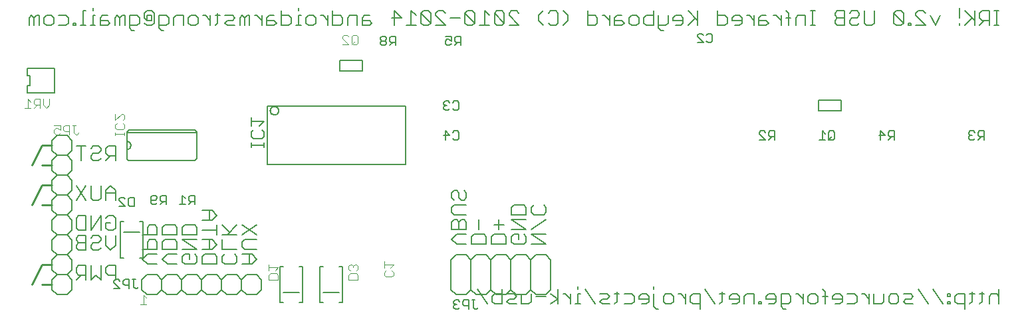
<source format=gbo>
G75*
%MOIN*%
%OFA0B0*%
%FSLAX24Y24*%
%IPPOS*%
%LPD*%
%AMOC8*
5,1,8,0,0,1.08239X$1,22.5*
%
%ADD10C,0.0060*%
%ADD11C,0.0040*%
%ADD12C,0.0100*%
%ADD13C,0.0050*%
%ADD14C,0.0080*%
D10*
X005180Y001430D02*
X005430Y001180D01*
X005930Y001180D01*
X006180Y001430D01*
X006180Y001930D01*
X005930Y002180D01*
X006180Y002430D01*
X006180Y002930D01*
X005930Y003180D01*
X006180Y003430D01*
X006180Y003930D01*
X005930Y004180D01*
X006180Y004430D01*
X006180Y004930D01*
X005930Y005180D01*
X006180Y005430D01*
X006180Y005930D01*
X005930Y006180D01*
X006180Y006430D01*
X006180Y006930D01*
X005930Y007180D01*
X006180Y007430D01*
X006180Y007930D01*
X005930Y008180D01*
X006180Y008430D01*
X006180Y008930D01*
X005930Y009180D01*
X005430Y009180D01*
X005180Y008930D01*
X005180Y008430D01*
X005430Y008180D01*
X005180Y007930D01*
X005180Y007430D01*
X005430Y007180D01*
X005930Y007180D01*
X005430Y007180D02*
X005180Y006930D01*
X005180Y006430D01*
X005430Y006180D01*
X005180Y005930D01*
X005180Y005430D01*
X005430Y005180D01*
X005180Y004930D01*
X005180Y004430D01*
X005430Y004180D01*
X005930Y004180D01*
X006393Y004027D02*
X006393Y003904D01*
X006516Y003780D01*
X006887Y003780D01*
X007130Y003657D02*
X007253Y003780D01*
X007500Y003780D01*
X007623Y003904D01*
X007623Y004027D01*
X007500Y004151D01*
X007253Y004151D01*
X007130Y004027D01*
X006887Y004151D02*
X006516Y004151D01*
X006393Y004027D01*
X006887Y004151D02*
X006887Y003410D01*
X006516Y003410D01*
X006393Y003533D01*
X006393Y003657D01*
X006516Y003780D01*
X007130Y003657D02*
X007130Y003533D01*
X007253Y003410D01*
X007500Y003410D01*
X007623Y003533D01*
X007866Y003657D02*
X007866Y004151D01*
X008360Y004151D02*
X008360Y003657D01*
X008113Y003410D01*
X007866Y003657D01*
X005930Y003180D02*
X005430Y003180D01*
X005180Y002930D01*
X005180Y002430D01*
X005430Y002180D01*
X005180Y001930D01*
X005180Y001430D01*
X006393Y001910D02*
X006640Y002157D01*
X006516Y002157D02*
X006887Y002157D01*
X007130Y001910D02*
X007376Y002157D01*
X007623Y001910D01*
X007623Y002651D01*
X007866Y002527D02*
X007866Y002280D01*
X007990Y002157D01*
X008360Y002157D01*
X008360Y001910D02*
X008360Y002651D01*
X007990Y002651D01*
X007866Y002527D01*
X007130Y002651D02*
X007130Y001910D01*
X006887Y001910D02*
X006887Y002651D01*
X006516Y002651D01*
X006393Y002527D01*
X006393Y002280D01*
X006516Y002157D01*
X005930Y002180D02*
X005430Y002180D01*
X005430Y003180D02*
X005180Y003430D01*
X005180Y003930D01*
X005430Y004180D01*
X006393Y004533D02*
X006393Y005027D01*
X006516Y005151D01*
X006887Y005151D01*
X006887Y004410D01*
X006516Y004410D01*
X006393Y004533D01*
X007130Y004410D02*
X007130Y005151D01*
X007623Y005151D02*
X007130Y004410D01*
X007623Y004410D02*
X007623Y005151D01*
X007866Y005027D02*
X007990Y005151D01*
X008236Y005151D01*
X008360Y005027D01*
X008360Y004533D01*
X008236Y004410D01*
X007990Y004410D01*
X007866Y004533D01*
X007866Y004780D01*
X008113Y004780D01*
X009710Y004183D02*
X010451Y004183D01*
X010451Y004554D01*
X010327Y004677D01*
X010080Y004677D01*
X009957Y004554D01*
X009957Y004183D01*
X010710Y004183D02*
X010710Y004554D01*
X010833Y004677D01*
X011327Y004677D01*
X011451Y004554D01*
X011451Y004183D01*
X010710Y004183D01*
X010833Y003940D02*
X011327Y003940D01*
X011451Y003817D01*
X011451Y003447D01*
X010710Y003447D01*
X010710Y003817D01*
X010833Y003940D01*
X010451Y003817D02*
X010327Y003940D01*
X010080Y003940D01*
X009957Y003817D01*
X009957Y003447D01*
X009710Y003447D02*
X010451Y003447D01*
X010451Y003817D01*
X011710Y003940D02*
X012451Y003940D01*
X012710Y003940D02*
X013204Y003940D01*
X013451Y003694D01*
X013204Y003447D01*
X012710Y003447D01*
X012451Y003447D02*
X011710Y003940D01*
X011710Y004183D02*
X011710Y004554D01*
X011833Y004677D01*
X012327Y004677D01*
X012451Y004554D01*
X012451Y004183D01*
X011710Y004183D01*
X012710Y004430D02*
X013451Y004430D01*
X013451Y004183D02*
X013451Y004677D01*
X013710Y004677D02*
X014080Y004307D01*
X013957Y004183D02*
X014451Y004677D01*
X014710Y004677D02*
X015451Y004183D01*
X015451Y003940D02*
X014833Y003940D01*
X014710Y003817D01*
X014710Y003570D01*
X014833Y003447D01*
X015451Y003447D01*
X015204Y003204D02*
X014710Y003204D01*
X014451Y003080D02*
X014451Y002833D01*
X014327Y002710D01*
X013833Y002710D01*
X013710Y002833D01*
X013710Y003080D01*
X013833Y003204D01*
X013451Y003080D02*
X013451Y002710D01*
X012710Y002710D01*
X012710Y003080D01*
X012833Y003204D01*
X013327Y003204D01*
X013451Y003080D01*
X013710Y003447D02*
X013710Y003940D01*
X013080Y003940D02*
X013080Y003447D01*
X013710Y003447D02*
X014451Y003447D01*
X014327Y003204D02*
X014451Y003080D01*
X015080Y003204D02*
X015080Y002710D01*
X015204Y002710D02*
X015451Y002957D01*
X015204Y003204D01*
X015204Y002710D02*
X014710Y002710D01*
X014930Y002180D02*
X015430Y002180D01*
X015680Y001930D01*
X015680Y001430D01*
X015430Y001180D01*
X014930Y001180D01*
X014680Y001430D01*
X014680Y001930D01*
X014930Y002180D01*
X014680Y001930D02*
X014430Y002180D01*
X013930Y002180D01*
X013680Y001930D01*
X013430Y002180D01*
X012930Y002180D01*
X012680Y001930D01*
X012430Y002180D01*
X011930Y002180D01*
X011680Y001930D01*
X011430Y002180D01*
X010930Y002180D01*
X010680Y001930D01*
X010430Y002180D01*
X009930Y002180D01*
X009680Y001930D01*
X009680Y001430D01*
X009930Y001180D01*
X010430Y001180D01*
X010680Y001430D01*
X010930Y001180D01*
X011430Y001180D01*
X011680Y001430D01*
X011680Y001930D01*
X010680Y001930D02*
X010680Y001430D01*
X011680Y001430D02*
X011930Y001180D01*
X012430Y001180D01*
X012680Y001430D01*
X012930Y001180D01*
X013430Y001180D01*
X013680Y001430D01*
X013930Y001180D01*
X014430Y001180D01*
X014680Y001430D01*
X013680Y001430D02*
X013680Y001930D01*
X012680Y001930D02*
X012680Y001430D01*
X012327Y002710D02*
X011833Y002710D01*
X011710Y002833D01*
X011710Y003080D01*
X011833Y003204D01*
X012080Y003204D01*
X012080Y002957D01*
X012327Y003204D02*
X012451Y003080D01*
X012451Y002833D01*
X012327Y002710D01*
X011451Y002710D02*
X010957Y002710D01*
X010710Y002957D01*
X010957Y003204D01*
X011451Y003204D01*
X011710Y003447D02*
X012451Y003447D01*
X010451Y003204D02*
X009957Y003204D01*
X009710Y002957D01*
X009957Y002710D01*
X010451Y002710D01*
X013710Y004183D02*
X014451Y004183D01*
X014710Y004183D02*
X015451Y004677D01*
X013451Y005167D02*
X013204Y005414D01*
X012710Y005414D01*
X013080Y005414D02*
X013080Y004920D01*
X013204Y004920D02*
X013451Y005167D01*
X013204Y004920D02*
X012710Y004920D01*
X008360Y005910D02*
X008360Y006404D01*
X008113Y006651D01*
X007866Y006404D01*
X007866Y005910D01*
X007866Y006404D01*
X008113Y006651D01*
X008360Y006404D01*
X008360Y005910D01*
X007623Y006033D02*
X007500Y005910D01*
X007253Y005910D01*
X007130Y006033D01*
X007130Y006651D01*
X007130Y006033D01*
X007253Y005910D01*
X007500Y005910D01*
X007623Y006033D01*
X007623Y006651D01*
X007623Y006033D01*
X006887Y005910D02*
X006393Y006651D01*
X006887Y005910D01*
X006393Y005910D02*
X006887Y006651D01*
X006393Y005910D01*
X005930Y006180D02*
X005430Y006180D01*
X007866Y006280D02*
X008360Y006280D01*
X007866Y006280D01*
X005930Y005180D02*
X005430Y005180D01*
X006640Y007910D02*
X006640Y008651D01*
X006887Y008651D02*
X006393Y008651D01*
X007130Y008527D02*
X007253Y008651D01*
X007500Y008651D01*
X007623Y008527D01*
X007623Y008404D01*
X007500Y008280D01*
X007253Y008280D01*
X007130Y008157D01*
X007130Y008033D01*
X007253Y007910D01*
X007500Y007910D01*
X007623Y008033D01*
X007866Y007910D02*
X008113Y008157D01*
X007990Y008157D02*
X008360Y008157D01*
X008360Y007910D02*
X008360Y008651D01*
X007990Y008651D01*
X007866Y008527D01*
X007866Y008280D01*
X007990Y008157D01*
X008930Y008060D02*
X008930Y008480D01*
X008930Y008880D01*
X008930Y009300D01*
X008930Y009310D02*
X012430Y009310D01*
X012430Y009300D02*
X012430Y008060D01*
X012428Y008037D01*
X012423Y008014D01*
X012414Y007992D01*
X012401Y007972D01*
X012386Y007954D01*
X012368Y007939D01*
X012348Y007926D01*
X012326Y007917D01*
X012303Y007912D01*
X012280Y007910D01*
X009080Y007910D01*
X009057Y007912D01*
X009034Y007917D01*
X009012Y007926D01*
X008992Y007939D01*
X008974Y007954D01*
X008959Y007972D01*
X008946Y007992D01*
X008937Y008014D01*
X008932Y008037D01*
X008930Y008060D01*
X008930Y008480D02*
X008957Y008482D01*
X008984Y008487D01*
X009010Y008497D01*
X009034Y008509D01*
X009056Y008525D01*
X009076Y008543D01*
X009093Y008565D01*
X009108Y008588D01*
X009118Y008613D01*
X009126Y008639D01*
X009130Y008666D01*
X009130Y008694D01*
X009126Y008721D01*
X009118Y008747D01*
X009108Y008772D01*
X009093Y008795D01*
X009076Y008817D01*
X009056Y008835D01*
X009034Y008851D01*
X009010Y008863D01*
X008984Y008873D01*
X008957Y008878D01*
X008930Y008880D01*
X008930Y009300D02*
X008932Y009323D01*
X008937Y009346D01*
X008946Y009368D01*
X008959Y009388D01*
X008974Y009406D01*
X008992Y009421D01*
X009012Y009434D01*
X009034Y009443D01*
X009057Y009448D01*
X009080Y009450D01*
X012280Y009450D01*
X012303Y009448D01*
X012326Y009443D01*
X012348Y009434D01*
X012368Y009421D01*
X012386Y009406D01*
X012401Y009388D01*
X012414Y009368D01*
X012423Y009346D01*
X012428Y009323D01*
X012430Y009300D01*
X015160Y009341D02*
X015160Y009128D01*
X015267Y009021D01*
X015694Y009021D01*
X015801Y009128D01*
X015801Y009341D01*
X015694Y009448D01*
X015267Y009448D02*
X015160Y009341D01*
X015160Y009665D02*
X015160Y010092D01*
X015160Y009879D02*
X015801Y009879D01*
X015587Y009665D01*
X016120Y010420D02*
X016122Y010449D01*
X016128Y010477D01*
X016137Y010504D01*
X016151Y010529D01*
X016167Y010553D01*
X016187Y010573D01*
X016209Y010592D01*
X016233Y010606D01*
X016260Y010618D01*
X016287Y010626D01*
X016316Y010630D01*
X016344Y010630D01*
X016373Y010626D01*
X016400Y010618D01*
X016427Y010606D01*
X016451Y010592D01*
X016473Y010573D01*
X016493Y010553D01*
X016509Y010529D01*
X016523Y010504D01*
X016532Y010477D01*
X016538Y010449D01*
X016540Y010420D01*
X016538Y010391D01*
X016532Y010363D01*
X016523Y010336D01*
X016509Y010311D01*
X016493Y010287D01*
X016473Y010267D01*
X016451Y010248D01*
X016427Y010234D01*
X016400Y010222D01*
X016373Y010214D01*
X016344Y010210D01*
X016316Y010210D01*
X016287Y010214D01*
X016260Y010222D01*
X016233Y010234D01*
X016209Y010248D01*
X016187Y010267D01*
X016167Y010287D01*
X016151Y010311D01*
X016137Y010336D01*
X016128Y010363D01*
X016122Y010391D01*
X016120Y010420D01*
X015960Y010642D02*
X015960Y007718D01*
X022910Y007718D01*
X022910Y010642D01*
X015960Y010642D01*
X019620Y012420D02*
X020740Y012420D01*
X020740Y012940D01*
X019620Y012940D01*
X019620Y012420D01*
X019624Y014710D02*
X019747Y014833D01*
X019747Y015080D01*
X019624Y015204D01*
X019253Y015204D01*
X019011Y015204D02*
X019011Y014710D01*
X019253Y014710D02*
X019624Y014710D01*
X019990Y014710D02*
X019990Y015080D01*
X020114Y015204D01*
X020484Y015204D01*
X020484Y014710D01*
X020727Y014710D02*
X021097Y014710D01*
X021220Y014833D01*
X021097Y014957D01*
X020727Y014957D01*
X020727Y015080D02*
X020727Y014710D01*
X020727Y015080D02*
X020850Y015204D01*
X021097Y015204D01*
X022200Y015080D02*
X022694Y015080D01*
X022323Y015451D01*
X022323Y014710D01*
X022937Y014710D02*
X023430Y014710D01*
X023184Y014710D02*
X023184Y015451D01*
X023430Y015204D01*
X023673Y015327D02*
X024167Y014833D01*
X024044Y014710D01*
X023797Y014710D01*
X023673Y014833D01*
X023673Y015327D01*
X023797Y015451D01*
X024044Y015451D01*
X024167Y015327D01*
X024167Y014833D01*
X024410Y014710D02*
X024904Y014710D01*
X024410Y015204D01*
X024410Y015327D01*
X024533Y015451D01*
X024780Y015451D01*
X024904Y015327D01*
X025147Y015080D02*
X025640Y015080D01*
X025883Y014833D02*
X026007Y014710D01*
X026253Y014710D01*
X026377Y014833D01*
X025883Y015327D01*
X025883Y014833D01*
X026377Y014833D02*
X026377Y015327D01*
X026253Y015451D01*
X026007Y015451D01*
X025883Y015327D01*
X026867Y015451D02*
X027114Y015204D01*
X027356Y015327D02*
X027850Y014833D01*
X027727Y014710D01*
X027480Y014710D01*
X027356Y014833D01*
X027356Y015327D01*
X027480Y015451D01*
X027727Y015451D01*
X027850Y015327D01*
X027850Y014833D01*
X028093Y014710D02*
X028587Y014710D01*
X028093Y015204D01*
X028093Y015327D01*
X028216Y015451D01*
X028463Y015451D01*
X028587Y015327D01*
X029568Y015204D02*
X029568Y014957D01*
X029815Y014710D01*
X030057Y014833D02*
X030181Y014710D01*
X030428Y014710D01*
X030551Y014833D01*
X030551Y015327D01*
X030428Y015451D01*
X030181Y015451D01*
X030057Y015327D01*
X029815Y015451D02*
X029568Y015204D01*
X030795Y015451D02*
X031042Y015204D01*
X031042Y014957D01*
X030795Y014710D01*
X032022Y014710D02*
X032392Y014710D01*
X032515Y014833D01*
X032515Y015080D01*
X032392Y015204D01*
X032022Y015204D01*
X032759Y015204D02*
X032882Y015204D01*
X033129Y014957D01*
X033372Y014957D02*
X033743Y014957D01*
X033866Y014833D01*
X033743Y014710D01*
X033372Y014710D01*
X033372Y015080D01*
X033496Y015204D01*
X033743Y015204D01*
X034109Y015080D02*
X034232Y015204D01*
X034479Y015204D01*
X034603Y015080D01*
X034603Y014833D01*
X034479Y014710D01*
X034232Y014710D01*
X034109Y014833D01*
X034109Y015080D01*
X034845Y015080D02*
X034845Y014833D01*
X034969Y014710D01*
X035339Y014710D01*
X035339Y015451D01*
X035339Y015204D02*
X034969Y015204D01*
X034845Y015080D01*
X035582Y015204D02*
X035582Y014587D01*
X035706Y014463D01*
X035829Y014463D01*
X035952Y014710D02*
X035582Y014710D01*
X035952Y014710D02*
X036076Y014833D01*
X036076Y015204D01*
X036319Y015080D02*
X036319Y014957D01*
X036812Y014957D01*
X036812Y015080D02*
X036689Y015204D01*
X036442Y015204D01*
X036319Y015080D01*
X036812Y015080D02*
X036812Y014833D01*
X036689Y014710D01*
X036442Y014710D01*
X037055Y014710D02*
X037426Y015080D01*
X037549Y014957D02*
X037055Y015451D01*
X037549Y015451D02*
X037549Y014710D01*
X038529Y014710D02*
X038899Y014710D01*
X039022Y014833D01*
X039022Y015080D01*
X038899Y015204D01*
X038529Y015204D01*
X039265Y015080D02*
X039265Y014957D01*
X039759Y014957D01*
X039759Y015080D02*
X039636Y015204D01*
X039389Y015204D01*
X039265Y015080D01*
X039759Y015080D02*
X039759Y014833D01*
X039636Y014710D01*
X039389Y014710D01*
X038529Y014710D02*
X038529Y015451D01*
X040003Y015204D02*
X040126Y015204D01*
X040373Y014957D01*
X040616Y014957D02*
X040986Y014957D01*
X041109Y014833D01*
X040986Y014710D01*
X040616Y014710D01*
X040616Y015080D01*
X040739Y015204D01*
X040986Y015204D01*
X041353Y015204D02*
X041476Y015204D01*
X041723Y014957D01*
X041723Y014710D02*
X041723Y015204D01*
X041968Y015080D02*
X042214Y015080D01*
X042457Y015080D02*
X042457Y014710D01*
X042091Y014710D02*
X042091Y015327D01*
X041968Y015451D01*
X042457Y015080D02*
X042581Y015204D01*
X042951Y015204D01*
X042951Y014710D01*
X043195Y014710D02*
X043442Y014710D01*
X043319Y014710D02*
X043319Y015451D01*
X043442Y015451D02*
X043195Y015451D01*
X044422Y015327D02*
X044422Y015204D01*
X044545Y015080D01*
X044915Y015080D01*
X045158Y014957D02*
X045158Y014833D01*
X045282Y014710D01*
X045529Y014710D01*
X045652Y014833D01*
X045895Y014833D02*
X046018Y014710D01*
X046265Y014710D01*
X046389Y014833D01*
X046389Y015451D01*
X045895Y015451D02*
X045895Y014833D01*
X045529Y015080D02*
X045282Y015080D01*
X045158Y014957D01*
X045529Y015080D02*
X045652Y015204D01*
X045652Y015327D01*
X045529Y015451D01*
X045282Y015451D01*
X045158Y015327D01*
X044915Y015451D02*
X044545Y015451D01*
X044422Y015327D01*
X044915Y015451D02*
X044915Y014710D01*
X044545Y014710D01*
X044422Y014833D01*
X044422Y014957D01*
X044545Y015080D01*
X047368Y014833D02*
X047492Y014710D01*
X047738Y014710D01*
X047862Y014833D01*
X047368Y015327D01*
X047368Y014833D01*
X047862Y014833D02*
X047862Y015327D01*
X047738Y015451D01*
X047492Y015451D01*
X047368Y015327D01*
X048473Y015327D02*
X048473Y015204D01*
X048967Y014710D01*
X048473Y014710D01*
X048230Y014710D02*
X048107Y014710D01*
X048107Y014833D01*
X048230Y014833D01*
X048230Y014710D01*
X049210Y015204D02*
X049457Y014710D01*
X049703Y015204D01*
X048967Y015327D02*
X048843Y015451D01*
X048597Y015451D01*
X048473Y015327D01*
X050686Y015574D02*
X050686Y015080D01*
X050686Y014833D02*
X050686Y014710D01*
X050929Y014710D02*
X051299Y015080D01*
X051422Y014957D02*
X050929Y015451D01*
X051422Y015451D02*
X051422Y014710D01*
X051665Y014710D02*
X051912Y014957D01*
X051789Y014957D02*
X052159Y014957D01*
X051789Y014957D02*
X051665Y015080D01*
X051665Y015327D01*
X051789Y015451D01*
X052159Y015451D01*
X052159Y014710D01*
X052403Y014710D02*
X052650Y014710D01*
X052527Y014710D02*
X052527Y015451D01*
X052650Y015451D02*
X052403Y015451D01*
X040373Y015204D02*
X040373Y014710D01*
X033129Y014710D02*
X033129Y015204D01*
X032022Y015451D02*
X032022Y014710D01*
X027114Y014710D02*
X026620Y014710D01*
X026867Y014710D02*
X026867Y015451D01*
X019253Y015451D02*
X019253Y014710D01*
X019011Y014957D02*
X018764Y015204D01*
X018640Y015204D01*
X018397Y015080D02*
X018273Y015204D01*
X018026Y015204D01*
X017903Y015080D01*
X017903Y014833D01*
X018026Y014710D01*
X018273Y014710D01*
X018397Y014833D01*
X018397Y015080D01*
X017660Y015204D02*
X017537Y015204D01*
X017537Y014710D01*
X017660Y014710D02*
X017413Y014710D01*
X017169Y014833D02*
X017046Y014710D01*
X016675Y014710D01*
X016675Y015451D01*
X017537Y015451D02*
X017537Y015574D01*
X017046Y015204D02*
X016675Y015204D01*
X016309Y015204D02*
X016062Y015204D01*
X015939Y015080D01*
X015939Y014710D01*
X016309Y014710D01*
X016432Y014833D01*
X016309Y014957D01*
X015939Y014957D01*
X015696Y014957D02*
X015449Y015204D01*
X015325Y015204D01*
X015082Y015204D02*
X014958Y015204D01*
X014835Y015080D01*
X014712Y015204D01*
X014588Y015080D01*
X014588Y014710D01*
X014345Y014710D02*
X013975Y014710D01*
X013852Y014833D01*
X013975Y014957D01*
X014222Y014957D01*
X014345Y015080D01*
X014222Y015204D01*
X013852Y015204D01*
X013609Y015204D02*
X013362Y015204D01*
X013485Y015327D02*
X013485Y014833D01*
X013362Y014710D01*
X013118Y014710D02*
X013118Y015204D01*
X013118Y014957D02*
X012871Y015204D01*
X012747Y015204D01*
X012504Y015080D02*
X012504Y014833D01*
X012380Y014710D01*
X012133Y014710D01*
X012010Y014833D01*
X012010Y015080D01*
X012133Y015204D01*
X012380Y015204D01*
X012504Y015080D01*
X011767Y015204D02*
X011767Y014710D01*
X011273Y014710D02*
X011273Y015080D01*
X011397Y015204D01*
X011767Y015204D01*
X011030Y015080D02*
X011030Y014833D01*
X010907Y014710D01*
X010537Y014710D01*
X010537Y014587D02*
X010537Y015204D01*
X010907Y015204D01*
X011030Y015080D01*
X010294Y014833D02*
X010294Y015327D01*
X010170Y015451D01*
X009924Y015451D01*
X009800Y015327D01*
X009800Y015080D01*
X009924Y014957D01*
X009924Y015204D01*
X010170Y015204D01*
X010170Y014957D01*
X009924Y014957D01*
X009800Y014833D02*
X009924Y014710D01*
X010170Y014710D01*
X010294Y014833D01*
X010537Y014587D02*
X010660Y014463D01*
X010784Y014463D01*
X009557Y014833D02*
X009557Y015080D01*
X009434Y015204D01*
X009063Y015204D01*
X009063Y014587D01*
X009187Y014463D01*
X009310Y014463D01*
X009434Y014710D02*
X009063Y014710D01*
X008821Y014710D02*
X008821Y015204D01*
X008697Y015204D01*
X008574Y015080D01*
X008450Y015204D01*
X008327Y015080D01*
X008327Y014710D01*
X008574Y014710D02*
X008574Y015080D01*
X008084Y014833D02*
X007961Y014957D01*
X007590Y014957D01*
X007590Y015080D02*
X007590Y014710D01*
X007961Y014710D01*
X008084Y014833D01*
X007714Y015204D02*
X007590Y015080D01*
X007714Y015204D02*
X007961Y015204D01*
X007347Y015204D02*
X007224Y015204D01*
X007224Y014710D01*
X007347Y014710D02*
X007100Y014710D01*
X006856Y014710D02*
X006609Y014710D01*
X006733Y014710D02*
X006733Y015451D01*
X006856Y015451D01*
X007224Y015451D02*
X007224Y015574D01*
X005997Y015080D02*
X005873Y015204D01*
X005503Y015204D01*
X005260Y015080D02*
X005137Y015204D01*
X004890Y015204D01*
X004766Y015080D01*
X004766Y014833D01*
X004890Y014710D01*
X005137Y014710D01*
X005260Y014833D01*
X005260Y015080D01*
X005873Y014710D02*
X005997Y014833D01*
X005997Y015080D01*
X006242Y014833D02*
X006242Y014710D01*
X006365Y014710D01*
X006365Y014833D01*
X006242Y014833D01*
X005873Y014710D02*
X005503Y014710D01*
X004524Y014710D02*
X004524Y015204D01*
X004400Y015204D01*
X004277Y015080D01*
X004153Y015204D01*
X004030Y015080D01*
X004030Y014710D01*
X004277Y014710D02*
X004277Y015080D01*
X009434Y014710D02*
X009557Y014833D01*
X014835Y014710D02*
X014835Y015080D01*
X015082Y015204D02*
X015082Y014710D01*
X015696Y014710D02*
X015696Y015204D01*
X017046Y015204D02*
X017169Y015080D01*
X017169Y014833D01*
X015801Y008805D02*
X015801Y008591D01*
X015801Y008698D02*
X015160Y008698D01*
X015160Y008591D02*
X015160Y008805D01*
X005930Y008180D02*
X005430Y008180D01*
X025210Y006290D02*
X025210Y006043D01*
X025333Y005920D01*
X025333Y005677D02*
X025951Y005677D01*
X025827Y005920D02*
X025704Y005920D01*
X025580Y006043D01*
X025580Y006290D01*
X025457Y006414D01*
X025333Y006414D01*
X025210Y006290D01*
X025827Y006414D02*
X025951Y006290D01*
X025951Y006043D01*
X025827Y005920D01*
X025333Y005677D02*
X025210Y005554D01*
X025210Y005307D01*
X025333Y005183D01*
X025951Y005183D01*
X025827Y004940D02*
X025704Y004940D01*
X025580Y004817D01*
X025580Y004447D01*
X025457Y004204D02*
X025951Y004204D01*
X025951Y004447D02*
X025210Y004447D01*
X025210Y004817D01*
X025333Y004940D01*
X025457Y004940D01*
X025580Y004817D01*
X025827Y004940D02*
X025951Y004817D01*
X025951Y004447D01*
X026210Y004080D02*
X026333Y004204D01*
X026827Y004204D01*
X026951Y004080D01*
X026951Y003710D01*
X026210Y003710D01*
X026210Y004080D01*
X025951Y003710D02*
X025457Y003710D01*
X025210Y003957D01*
X025457Y004204D01*
X026580Y004447D02*
X026580Y004940D01*
X027333Y004694D02*
X027827Y004694D01*
X027580Y004940D02*
X027580Y004447D01*
X027333Y004204D02*
X027827Y004204D01*
X027951Y004080D01*
X027951Y003710D01*
X027210Y003710D01*
X027210Y004080D01*
X027333Y004204D01*
X028210Y004080D02*
X028333Y004204D01*
X028580Y004204D01*
X028580Y003957D01*
X028333Y003710D02*
X028210Y003833D01*
X028210Y004080D01*
X028827Y004204D02*
X028951Y004080D01*
X028951Y003833D01*
X028827Y003710D01*
X028333Y003710D01*
X029210Y003710D02*
X029951Y003710D01*
X029210Y004204D01*
X029951Y004204D01*
X029951Y004940D02*
X029210Y004447D01*
X028951Y004447D02*
X028210Y004940D01*
X028951Y004940D01*
X028951Y005183D02*
X028210Y005183D01*
X028210Y005554D01*
X028333Y005677D01*
X028827Y005677D01*
X028951Y005554D01*
X028951Y005183D01*
X029210Y005307D02*
X029333Y005183D01*
X029827Y005183D01*
X029951Y005307D01*
X029951Y005554D01*
X029827Y005677D01*
X029333Y005677D02*
X029210Y005554D01*
X029210Y005307D01*
X028951Y004447D02*
X028210Y004447D01*
X028430Y003180D02*
X028930Y003180D01*
X029180Y002930D01*
X029430Y003180D01*
X029930Y003180D01*
X030180Y002930D01*
X030180Y001430D01*
X029930Y001180D01*
X029430Y001180D01*
X029180Y001430D01*
X029180Y002930D01*
X028430Y003180D02*
X028180Y002930D01*
X028180Y001430D01*
X028430Y001180D01*
X028930Y001180D01*
X029180Y001430D01*
X029201Y001204D02*
X029201Y000833D01*
X029077Y000710D01*
X028707Y000710D01*
X028707Y001204D01*
X028464Y001080D02*
X028341Y001204D01*
X027970Y001204D01*
X027930Y001180D02*
X028180Y001430D01*
X027930Y001180D02*
X027430Y001180D01*
X027180Y001430D01*
X027180Y002930D01*
X027430Y003180D01*
X027930Y003180D01*
X028180Y002930D01*
X027180Y002930D02*
X026930Y003180D01*
X026430Y003180D01*
X026180Y002930D01*
X026180Y001430D01*
X026430Y001180D01*
X026930Y001180D01*
X027180Y001430D01*
X027357Y001204D02*
X027727Y001204D01*
X027357Y001204D02*
X027234Y001080D01*
X027234Y000833D01*
X027357Y000710D01*
X027727Y000710D01*
X027727Y001451D01*
X026991Y000710D02*
X026497Y001451D01*
X026180Y001430D02*
X025930Y001180D01*
X025430Y001180D01*
X025180Y001430D01*
X025180Y002930D01*
X025430Y003180D01*
X025930Y003180D01*
X026180Y002930D01*
X030551Y001451D02*
X030551Y000710D01*
X030551Y000957D02*
X030181Y000710D01*
X030551Y000957D02*
X030181Y001204D01*
X029937Y001080D02*
X029444Y001080D01*
X028464Y001080D02*
X028341Y000957D01*
X028094Y000957D01*
X027970Y000833D01*
X028094Y000710D01*
X028464Y000710D01*
X030795Y001204D02*
X030918Y001204D01*
X031165Y000957D01*
X031165Y000710D02*
X031165Y001204D01*
X031533Y001204D02*
X031533Y000710D01*
X031656Y000710D02*
X031409Y000710D01*
X031899Y001451D02*
X032393Y000710D01*
X032636Y000833D02*
X032759Y000710D01*
X033129Y000710D01*
X033374Y000710D02*
X033497Y000833D01*
X033497Y001327D01*
X033620Y001204D02*
X033374Y001204D01*
X033129Y001080D02*
X033006Y001204D01*
X032636Y001204D01*
X033006Y000957D02*
X033129Y001080D01*
X033006Y000957D02*
X032759Y000957D01*
X032636Y000833D01*
X031656Y001204D02*
X031533Y001204D01*
X031533Y001451D02*
X031533Y001574D01*
X033863Y001204D02*
X034234Y001204D01*
X034357Y001080D01*
X034357Y000833D01*
X034234Y000710D01*
X033863Y000710D01*
X034600Y000957D02*
X034600Y001080D01*
X034723Y001204D01*
X034970Y001204D01*
X035094Y001080D01*
X035094Y000833D01*
X034970Y000710D01*
X034723Y000710D01*
X034600Y000957D02*
X035094Y000957D01*
X035338Y001204D02*
X035338Y000587D01*
X035461Y000463D01*
X035585Y000463D01*
X035951Y000710D02*
X035828Y000833D01*
X035828Y001080D01*
X035951Y001204D01*
X036198Y001204D01*
X036321Y001080D01*
X036321Y000833D01*
X036198Y000710D01*
X035951Y000710D01*
X036688Y001204D02*
X036935Y000957D01*
X036935Y000710D02*
X036935Y001204D01*
X036688Y001204D02*
X036565Y001204D01*
X037178Y001080D02*
X037178Y000833D01*
X037302Y000710D01*
X037672Y000710D01*
X038409Y000710D02*
X037915Y001451D01*
X037672Y001204D02*
X037302Y001204D01*
X037178Y001080D01*
X037672Y001204D02*
X037672Y000463D01*
X038653Y000710D02*
X038776Y000833D01*
X038776Y001327D01*
X038653Y001204D02*
X038900Y001204D01*
X039142Y001080D02*
X039142Y000957D01*
X039636Y000957D01*
X039636Y001080D02*
X039636Y000833D01*
X039513Y000710D01*
X039266Y000710D01*
X039879Y000710D02*
X039879Y001080D01*
X040003Y001204D01*
X040373Y001204D01*
X040373Y000710D01*
X040618Y000710D02*
X040741Y000710D01*
X040741Y000833D01*
X040618Y000833D01*
X040618Y000710D01*
X040984Y000957D02*
X041478Y000957D01*
X041478Y001080D02*
X041478Y000833D01*
X041354Y000710D01*
X041107Y000710D01*
X040984Y000957D02*
X040984Y001080D01*
X041107Y001204D01*
X041354Y001204D01*
X041478Y001080D01*
X041721Y001204D02*
X042091Y001204D01*
X042214Y001080D01*
X042214Y000833D01*
X042091Y000710D01*
X041721Y000710D01*
X041721Y000587D02*
X041721Y001204D01*
X042458Y001204D02*
X042581Y001204D01*
X042828Y000957D01*
X042828Y000710D02*
X042828Y001204D01*
X043071Y001080D02*
X043195Y001204D01*
X043441Y001204D01*
X043565Y001080D01*
X043565Y000833D01*
X043441Y000710D01*
X043195Y000710D01*
X043071Y000833D01*
X043071Y001080D01*
X043809Y001080D02*
X044056Y001080D01*
X044299Y001080D02*
X044299Y000957D01*
X044793Y000957D01*
X044793Y001080D02*
X044793Y000833D01*
X044669Y000710D01*
X044422Y000710D01*
X043933Y000710D02*
X043933Y001327D01*
X043809Y001451D01*
X044299Y001080D02*
X044422Y001204D01*
X044669Y001204D01*
X044793Y001080D01*
X045035Y001204D02*
X045406Y001204D01*
X045529Y001080D01*
X045529Y000833D01*
X045406Y000710D01*
X045035Y000710D01*
X045896Y001204D02*
X046143Y000957D01*
X046143Y000710D02*
X046143Y001204D01*
X046386Y001204D02*
X046386Y000710D01*
X046756Y000710D01*
X046880Y000833D01*
X046880Y001204D01*
X047123Y001080D02*
X047246Y001204D01*
X047493Y001204D01*
X047616Y001080D01*
X047616Y000833D01*
X047493Y000710D01*
X047246Y000710D01*
X047123Y000833D01*
X047123Y001080D01*
X047859Y001204D02*
X048230Y001204D01*
X048353Y001080D01*
X048230Y000957D01*
X047983Y000957D01*
X047859Y000833D01*
X047983Y000710D01*
X048353Y000710D01*
X049090Y000710D02*
X048596Y001451D01*
X049333Y001451D02*
X049826Y000710D01*
X050071Y000710D02*
X050195Y000710D01*
X050195Y000833D01*
X050071Y000833D01*
X050071Y000710D01*
X050437Y000833D02*
X050561Y000710D01*
X050931Y000710D01*
X051175Y000710D02*
X051299Y000833D01*
X051299Y001327D01*
X051422Y001204D02*
X051175Y001204D01*
X050931Y001204D02*
X050561Y001204D01*
X050437Y001080D01*
X050437Y000833D01*
X050195Y001080D02*
X050195Y001204D01*
X050071Y001204D01*
X050071Y001080D01*
X050195Y001080D01*
X050931Y001204D02*
X050931Y000463D01*
X051666Y000710D02*
X051790Y000833D01*
X051790Y001327D01*
X051913Y001204D02*
X051666Y001204D01*
X052156Y001080D02*
X052156Y000710D01*
X052650Y000710D02*
X052650Y001451D01*
X052527Y001204D02*
X052280Y001204D01*
X052156Y001080D01*
X052527Y001204D02*
X052650Y001080D01*
X045896Y001204D02*
X045773Y001204D01*
X041968Y000463D02*
X041844Y000463D01*
X041721Y000587D01*
X039636Y001080D02*
X039513Y001204D01*
X039266Y001204D01*
X039142Y001080D01*
X035338Y001451D02*
X035338Y001574D01*
X043620Y010420D02*
X044740Y010420D01*
X044740Y010940D01*
X043620Y010940D01*
X043620Y010420D01*
D11*
X020510Y013827D02*
X020433Y013750D01*
X020280Y013750D01*
X020203Y013827D01*
X020203Y014134D01*
X020280Y014210D01*
X020433Y014210D01*
X020510Y014134D01*
X020510Y013827D01*
X020357Y013903D02*
X020203Y013750D01*
X020050Y013750D02*
X019743Y014057D01*
X019743Y014134D01*
X019819Y014210D01*
X019973Y014210D01*
X020050Y014134D01*
X020050Y013750D02*
X019743Y013750D01*
X008810Y010170D02*
X008810Y010016D01*
X008734Y009940D01*
X008734Y009786D02*
X008810Y009709D01*
X008810Y009556D01*
X008734Y009479D01*
X008427Y009479D01*
X008350Y009556D01*
X008350Y009709D01*
X008427Y009786D01*
X008350Y009940D02*
X008657Y010247D01*
X008734Y010247D01*
X008810Y010170D01*
X008350Y010247D02*
X008350Y009940D01*
X008350Y009326D02*
X008350Y009172D01*
X008350Y009249D02*
X008810Y009249D01*
X008810Y009172D02*
X008810Y009326D01*
X006511Y009307D02*
X006434Y009230D01*
X006358Y009230D01*
X006281Y009307D01*
X006281Y009690D01*
X006358Y009690D02*
X006204Y009690D01*
X006051Y009690D02*
X005821Y009690D01*
X005744Y009614D01*
X005744Y009460D01*
X005821Y009383D01*
X006051Y009383D01*
X006051Y009230D02*
X006051Y009690D01*
X005590Y009690D02*
X005590Y009460D01*
X005437Y009537D01*
X005360Y009537D01*
X005283Y009460D01*
X005283Y009307D01*
X005360Y009230D01*
X005514Y009230D01*
X005590Y009307D01*
X005590Y009690D02*
X005283Y009690D01*
X004888Y010548D02*
X004734Y010702D01*
X004734Y011009D01*
X004581Y011009D02*
X004351Y011009D01*
X004274Y010932D01*
X004274Y010779D01*
X004351Y010702D01*
X004581Y010702D01*
X004581Y010548D02*
X004581Y011009D01*
X005041Y011009D02*
X005041Y010702D01*
X004888Y010548D01*
X004427Y010702D02*
X004274Y010548D01*
X004120Y010548D02*
X003813Y010548D01*
X003967Y010548D02*
X003967Y011009D01*
X004120Y010855D01*
X021834Y002837D02*
X021834Y002530D01*
X021834Y002684D02*
X022294Y002684D01*
X022141Y002530D01*
X022218Y002377D02*
X022294Y002300D01*
X022294Y002147D01*
X022218Y002070D01*
X021911Y002070D01*
X021834Y002147D01*
X021834Y002300D01*
X021911Y002377D01*
X020510Y002466D02*
X020510Y002620D01*
X020434Y002697D01*
X020357Y002697D01*
X020280Y002620D01*
X020203Y002697D01*
X020127Y002697D01*
X020050Y002620D01*
X020050Y002466D01*
X020127Y002390D01*
X020127Y002236D02*
X020434Y002236D01*
X020510Y002159D01*
X020510Y001929D01*
X020050Y001929D01*
X020050Y002159D01*
X020127Y002236D01*
X020434Y002390D02*
X020510Y002466D01*
X020280Y002543D02*
X020280Y002620D01*
X016510Y002543D02*
X016050Y002543D01*
X016050Y002390D02*
X016050Y002697D01*
X016357Y002390D02*
X016510Y002543D01*
X016434Y002236D02*
X016127Y002236D01*
X016050Y002159D01*
X016050Y001929D01*
X016510Y001929D01*
X016510Y002159D01*
X016434Y002236D01*
X009910Y001007D02*
X009757Y001160D01*
X009757Y000700D01*
X009910Y000700D02*
X009603Y000700D01*
D12*
X005180Y001680D02*
X004680Y001680D01*
X004180Y001680D02*
X004680Y002680D01*
X005180Y002680D01*
X005180Y005680D02*
X004680Y005680D01*
X004180Y005680D02*
X004680Y006680D01*
X005180Y006680D01*
X005180Y007680D02*
X004680Y007680D01*
X004180Y007680D02*
X004680Y008680D01*
X005180Y008680D01*
D13*
X005290Y011320D02*
X003930Y011320D01*
X003930Y011680D01*
X004080Y011680D01*
X004080Y012180D01*
X003930Y012180D01*
X003930Y012540D01*
X005290Y012540D01*
X005290Y011320D01*
X021644Y013780D02*
X021719Y013705D01*
X021870Y013705D01*
X021945Y013780D01*
X021945Y013855D01*
X021870Y013930D01*
X021719Y013930D01*
X021644Y013855D01*
X021644Y013780D01*
X021719Y013930D02*
X021644Y014005D01*
X021644Y014080D01*
X021719Y014155D01*
X021870Y014155D01*
X021945Y014080D01*
X021945Y014005D01*
X021870Y013930D01*
X022105Y013930D02*
X022105Y014080D01*
X022180Y014155D01*
X022405Y014155D01*
X022405Y013705D01*
X022405Y013855D02*
X022180Y013855D01*
X022105Y013930D01*
X022255Y013855D02*
X022105Y013705D01*
X024894Y013780D02*
X024969Y013705D01*
X025120Y013705D01*
X025195Y013780D01*
X025195Y013930D02*
X025044Y014005D01*
X024969Y014005D01*
X024894Y013930D01*
X024894Y013780D01*
X025195Y013930D02*
X025195Y014155D01*
X024894Y014155D01*
X025355Y014080D02*
X025355Y013930D01*
X025430Y013855D01*
X025655Y013855D01*
X025655Y013705D02*
X025655Y014155D01*
X025430Y014155D01*
X025355Y014080D01*
X025505Y013855D02*
X025355Y013705D01*
X025351Y010905D02*
X025501Y010905D01*
X025576Y010830D01*
X025576Y010530D01*
X025501Y010455D01*
X025351Y010455D01*
X025276Y010530D01*
X025115Y010530D02*
X025040Y010455D01*
X024890Y010455D01*
X024815Y010530D01*
X024815Y010605D01*
X024890Y010680D01*
X024965Y010680D01*
X024890Y010680D02*
X024815Y010755D01*
X024815Y010830D01*
X024890Y010905D01*
X025040Y010905D01*
X025115Y010830D01*
X025276Y010830D02*
X025351Y010905D01*
X025351Y009405D02*
X025501Y009405D01*
X025576Y009330D01*
X025576Y009030D01*
X025501Y008955D01*
X025351Y008955D01*
X025276Y009030D01*
X025115Y009180D02*
X024815Y009180D01*
X024890Y008955D02*
X024890Y009405D01*
X025115Y009180D01*
X025276Y009330D02*
X025351Y009405D01*
X012326Y006155D02*
X012326Y005705D01*
X012326Y005855D02*
X012101Y005855D01*
X012026Y005930D01*
X012026Y006080D01*
X012101Y006155D01*
X012326Y006155D01*
X011865Y006005D02*
X011715Y006155D01*
X011715Y005705D01*
X011865Y005705D02*
X011565Y005705D01*
X012026Y005705D02*
X012176Y005855D01*
X010905Y005855D02*
X010680Y005855D01*
X010605Y005930D01*
X010605Y006080D01*
X010680Y006155D01*
X010905Y006155D01*
X010905Y005705D01*
X010755Y005855D02*
X010605Y005705D01*
X010445Y005780D02*
X010370Y005705D01*
X010219Y005705D01*
X010144Y005780D01*
X010144Y006080D01*
X010219Y006155D01*
X010370Y006155D01*
X010445Y006080D01*
X010445Y006005D01*
X010370Y005930D01*
X010144Y005930D01*
X009305Y006055D02*
X009080Y006055D01*
X009005Y005980D01*
X009005Y005680D01*
X009080Y005605D01*
X009305Y005605D01*
X009305Y006055D01*
X008845Y005980D02*
X008770Y006055D01*
X008619Y006055D01*
X008544Y005980D01*
X008544Y005905D01*
X008845Y005605D01*
X008544Y005605D01*
X008510Y001935D02*
X008360Y001935D01*
X008285Y001860D01*
X008285Y001785D01*
X008585Y001485D01*
X008285Y001485D01*
X008746Y001710D02*
X008821Y001635D01*
X009046Y001635D01*
X009046Y001485D02*
X009046Y001935D01*
X008821Y001935D01*
X008746Y001860D01*
X008746Y001710D01*
X008585Y001860D02*
X008510Y001935D01*
X009206Y001935D02*
X009356Y001935D01*
X009281Y001935D02*
X009281Y001560D01*
X009356Y001485D01*
X009431Y001485D01*
X009506Y001560D01*
X025315Y000830D02*
X025315Y000755D01*
X025390Y000680D01*
X025315Y000605D01*
X025315Y000530D01*
X025390Y000455D01*
X025540Y000455D01*
X025615Y000530D01*
X025465Y000680D02*
X025390Y000680D01*
X025315Y000830D02*
X025390Y000905D01*
X025540Y000905D01*
X025615Y000830D01*
X025776Y000830D02*
X025776Y000680D01*
X025851Y000605D01*
X026076Y000605D01*
X026076Y000455D02*
X026076Y000905D01*
X025851Y000905D01*
X025776Y000830D01*
X026236Y000905D02*
X026386Y000905D01*
X026311Y000905D02*
X026311Y000530D01*
X026386Y000455D01*
X026461Y000455D01*
X026536Y000530D01*
X040644Y008955D02*
X040945Y008955D01*
X040644Y009255D01*
X040644Y009330D01*
X040719Y009405D01*
X040870Y009405D01*
X040945Y009330D01*
X041105Y009330D02*
X041105Y009180D01*
X041180Y009105D01*
X041405Y009105D01*
X041405Y008955D02*
X041405Y009405D01*
X041180Y009405D01*
X041105Y009330D01*
X041255Y009105D02*
X041105Y008955D01*
X043644Y008955D02*
X043945Y008955D01*
X043794Y008955D02*
X043794Y009405D01*
X043945Y009255D01*
X044105Y009330D02*
X044105Y009030D01*
X044180Y008955D01*
X044330Y008955D01*
X044405Y009030D01*
X044405Y009330D01*
X044330Y009405D01*
X044180Y009405D01*
X044105Y009330D01*
X044255Y009105D02*
X044105Y008955D01*
X046644Y009180D02*
X046945Y009180D01*
X046719Y009405D01*
X046719Y008955D01*
X047105Y008955D02*
X047255Y009105D01*
X047180Y009105D02*
X047405Y009105D01*
X047405Y008955D02*
X047405Y009405D01*
X047180Y009405D01*
X047105Y009330D01*
X047105Y009180D01*
X047180Y009105D01*
X051144Y009105D02*
X051144Y009030D01*
X051219Y008955D01*
X051370Y008955D01*
X051445Y009030D01*
X051605Y008955D02*
X051755Y009105D01*
X051680Y009105D02*
X051905Y009105D01*
X051905Y008955D02*
X051905Y009405D01*
X051680Y009405D01*
X051605Y009330D01*
X051605Y009180D01*
X051680Y009105D01*
X051294Y009180D02*
X051219Y009180D01*
X051144Y009105D01*
X051219Y009180D02*
X051144Y009255D01*
X051144Y009330D01*
X051219Y009405D01*
X051370Y009405D01*
X051445Y009330D01*
X038285Y013914D02*
X038210Y013839D01*
X038060Y013839D01*
X037985Y013914D01*
X037825Y013839D02*
X037524Y014139D01*
X037524Y014214D01*
X037599Y014289D01*
X037749Y014289D01*
X037825Y014214D01*
X037985Y014214D02*
X038060Y014289D01*
X038210Y014289D01*
X038285Y014214D01*
X038285Y013914D01*
X037825Y013839D02*
X037524Y013839D01*
D14*
X009751Y004836D02*
X009574Y004836D01*
X009751Y004836D02*
X009751Y003024D01*
X009574Y003024D01*
X008786Y003024D02*
X008609Y003024D01*
X008609Y004836D01*
X008786Y004836D01*
X008786Y004324D02*
X009574Y004324D01*
X016609Y002586D02*
X016609Y000774D01*
X016786Y000774D01*
X017574Y000774D02*
X017751Y000774D01*
X017751Y002586D01*
X017574Y002586D01*
X018609Y002586D02*
X018609Y000774D01*
X018786Y000774D01*
X019574Y000774D02*
X019751Y000774D01*
X019751Y002586D01*
X019574Y002586D01*
X018786Y002586D02*
X018609Y002586D01*
X016786Y002586D02*
X016609Y002586D01*
X016786Y001286D02*
X017574Y001286D01*
X018786Y001286D02*
X019574Y001286D01*
M02*

</source>
